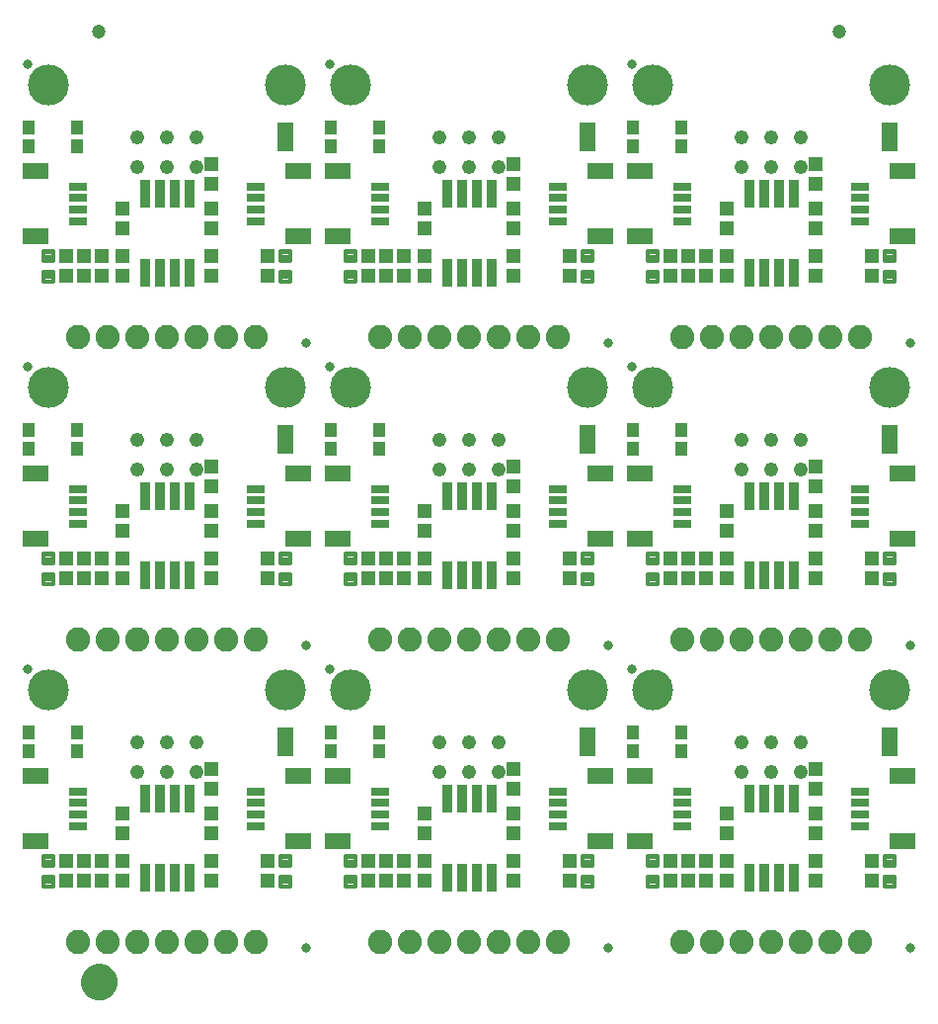
<source format=gts>
G75*
%MOIN*%
%OFA0B0*%
%FSLAX25Y25*%
%IPPOS*%
%LPD*%
%AMOC8*
5,1,8,0,0,1.08239X$1,22.5*
%
%ADD10R,0.04737X0.05131*%
%ADD11C,0.04808*%
%ADD12R,0.08674X0.05524*%
%ADD13R,0.06115X0.03162*%
%ADD14C,0.08200*%
%ADD15C,0.13800*%
%ADD16C,0.03300*%
%ADD17C,0.01421*%
%ADD18R,0.04343X0.04737*%
%ADD19R,0.05800X0.03300*%
%ADD20R,0.03200X0.09500*%
%ADD21C,0.04737*%
%ADD22C,0.05000*%
%ADD23C,0.06706*%
D10*
X0044750Y0054404D03*
X0050750Y0054404D03*
X0056750Y0054404D03*
X0063750Y0054404D03*
X0063750Y0061096D03*
X0056750Y0061096D03*
X0050750Y0061096D03*
X0044750Y0061096D03*
X0063750Y0070404D03*
X0063750Y0077096D03*
X0093750Y0077096D03*
X0093750Y0070404D03*
X0093750Y0061096D03*
X0093750Y0054404D03*
X0112750Y0054404D03*
X0112750Y0061096D03*
X0093750Y0085404D03*
X0093750Y0092096D03*
X0146750Y0061096D03*
X0152750Y0061096D03*
X0158750Y0061096D03*
X0158750Y0054404D03*
X0152750Y0054404D03*
X0146750Y0054404D03*
X0165750Y0054404D03*
X0165750Y0061096D03*
X0165750Y0070404D03*
X0165750Y0077096D03*
X0195750Y0077096D03*
X0195750Y0070404D03*
X0195750Y0061096D03*
X0195750Y0054404D03*
X0214750Y0054404D03*
X0214750Y0061096D03*
X0195750Y0085404D03*
X0195750Y0092096D03*
X0248750Y0061096D03*
X0254750Y0061096D03*
X0260750Y0061096D03*
X0260750Y0054404D03*
X0254750Y0054404D03*
X0248750Y0054404D03*
X0267750Y0054404D03*
X0267750Y0061096D03*
X0267750Y0070404D03*
X0267750Y0077096D03*
X0297750Y0077096D03*
X0297750Y0070404D03*
X0297750Y0061096D03*
X0297750Y0054404D03*
X0316750Y0054404D03*
X0316750Y0061096D03*
X0297750Y0085404D03*
X0297750Y0092096D03*
X0297750Y0156404D03*
X0297750Y0163096D03*
X0297750Y0172404D03*
X0297750Y0179096D03*
X0297750Y0187404D03*
X0297750Y0194096D03*
X0267750Y0179096D03*
X0267750Y0172404D03*
X0267750Y0163096D03*
X0267750Y0156404D03*
X0260750Y0156404D03*
X0254750Y0156404D03*
X0248750Y0156404D03*
X0248750Y0163096D03*
X0254750Y0163096D03*
X0260750Y0163096D03*
X0214750Y0163096D03*
X0214750Y0156404D03*
X0195750Y0156404D03*
X0195750Y0163096D03*
X0195750Y0172404D03*
X0195750Y0179096D03*
X0195750Y0187404D03*
X0195750Y0194096D03*
X0165750Y0179096D03*
X0165750Y0172404D03*
X0165750Y0163096D03*
X0165750Y0156404D03*
X0158750Y0156404D03*
X0152750Y0156404D03*
X0146750Y0156404D03*
X0146750Y0163096D03*
X0152750Y0163096D03*
X0158750Y0163096D03*
X0112750Y0163096D03*
X0112750Y0156404D03*
X0093750Y0156404D03*
X0093750Y0163096D03*
X0093750Y0172404D03*
X0093750Y0179096D03*
X0093750Y0187404D03*
X0093750Y0194096D03*
X0063750Y0179096D03*
X0063750Y0172404D03*
X0063750Y0163096D03*
X0056750Y0163096D03*
X0050750Y0163096D03*
X0044750Y0163096D03*
X0044750Y0156404D03*
X0050750Y0156404D03*
X0056750Y0156404D03*
X0063750Y0156404D03*
X0063750Y0258404D03*
X0056750Y0258404D03*
X0050750Y0258404D03*
X0044750Y0258404D03*
X0044750Y0265096D03*
X0050750Y0265096D03*
X0056750Y0265096D03*
X0063750Y0265096D03*
X0063750Y0274404D03*
X0063750Y0281096D03*
X0093750Y0281096D03*
X0093750Y0274404D03*
X0093750Y0265096D03*
X0093750Y0258404D03*
X0112750Y0258404D03*
X0112750Y0265096D03*
X0093750Y0289404D03*
X0093750Y0296096D03*
X0146750Y0265096D03*
X0152750Y0265096D03*
X0158750Y0265096D03*
X0158750Y0258404D03*
X0152750Y0258404D03*
X0146750Y0258404D03*
X0165750Y0258404D03*
X0165750Y0265096D03*
X0165750Y0274404D03*
X0165750Y0281096D03*
X0195750Y0281096D03*
X0195750Y0274404D03*
X0195750Y0265096D03*
X0195750Y0258404D03*
X0214750Y0258404D03*
X0214750Y0265096D03*
X0195750Y0289404D03*
X0195750Y0296096D03*
X0248750Y0265096D03*
X0254750Y0265096D03*
X0260750Y0265096D03*
X0260750Y0258404D03*
X0254750Y0258404D03*
X0248750Y0258404D03*
X0267750Y0258404D03*
X0267750Y0265096D03*
X0267750Y0274404D03*
X0267750Y0281096D03*
X0297750Y0281096D03*
X0297750Y0274404D03*
X0297750Y0265096D03*
X0297750Y0258404D03*
X0316750Y0258404D03*
X0316750Y0265096D03*
X0297750Y0289404D03*
X0297750Y0296096D03*
X0316750Y0163096D03*
X0316750Y0156404D03*
D11*
X0292750Y0193250D03*
X0292750Y0203250D03*
X0282750Y0203250D03*
X0282750Y0193250D03*
X0272750Y0193250D03*
X0272750Y0203250D03*
X0190750Y0203250D03*
X0190750Y0193250D03*
X0180750Y0193250D03*
X0180750Y0203250D03*
X0170750Y0203250D03*
X0170750Y0193250D03*
X0088750Y0193250D03*
X0088750Y0203250D03*
X0078750Y0203250D03*
X0078750Y0193250D03*
X0068750Y0193250D03*
X0068750Y0203250D03*
X0068750Y0295250D03*
X0068750Y0305250D03*
X0078750Y0305250D03*
X0088750Y0305250D03*
X0088750Y0295250D03*
X0078750Y0295250D03*
X0170750Y0295250D03*
X0180750Y0295250D03*
X0190750Y0295250D03*
X0190750Y0305250D03*
X0180750Y0305250D03*
X0170750Y0305250D03*
X0272750Y0305250D03*
X0282750Y0305250D03*
X0282750Y0295250D03*
X0272750Y0295250D03*
X0292750Y0295250D03*
X0292750Y0305250D03*
X0292750Y0101250D03*
X0292750Y0091250D03*
X0282750Y0091250D03*
X0272750Y0091250D03*
X0272750Y0101250D03*
X0282750Y0101250D03*
X0190750Y0101250D03*
X0180750Y0101250D03*
X0170750Y0101250D03*
X0170750Y0091250D03*
X0180750Y0091250D03*
X0190750Y0091250D03*
X0088750Y0091250D03*
X0078750Y0091250D03*
X0078750Y0101250D03*
X0088750Y0101250D03*
X0068750Y0101250D03*
X0068750Y0091250D03*
D12*
X0034281Y0089774D03*
X0034281Y0067726D03*
X0123219Y0067726D03*
X0136281Y0067726D03*
X0136281Y0089774D03*
X0123219Y0089774D03*
X0123219Y0169726D03*
X0136281Y0169726D03*
X0136281Y0191774D03*
X0123219Y0191774D03*
X0123219Y0271726D03*
X0136281Y0271726D03*
X0136281Y0293774D03*
X0123219Y0293774D03*
X0034281Y0293774D03*
X0034281Y0271726D03*
X0034281Y0191774D03*
X0034281Y0169726D03*
X0225219Y0169726D03*
X0238281Y0169726D03*
X0238281Y0191774D03*
X0225219Y0191774D03*
X0225219Y0271726D03*
X0238281Y0271726D03*
X0238281Y0293774D03*
X0225219Y0293774D03*
X0327219Y0293774D03*
X0327219Y0271726D03*
X0327219Y0191774D03*
X0327219Y0169726D03*
X0327219Y0089774D03*
X0327219Y0067726D03*
X0238281Y0067726D03*
X0225219Y0067726D03*
X0225219Y0089774D03*
X0238281Y0089774D03*
D13*
X0252750Y0084656D03*
X0252750Y0080719D03*
X0252750Y0076781D03*
X0252750Y0072844D03*
X0210750Y0072844D03*
X0210750Y0076781D03*
X0210750Y0080719D03*
X0210750Y0084656D03*
X0150750Y0084656D03*
X0150750Y0080719D03*
X0150750Y0076781D03*
X0150750Y0072844D03*
X0108750Y0072844D03*
X0108750Y0076781D03*
X0108750Y0080719D03*
X0108750Y0084656D03*
X0048750Y0084656D03*
X0048750Y0080719D03*
X0048750Y0076781D03*
X0048750Y0072844D03*
X0048750Y0174844D03*
X0048750Y0178781D03*
X0048750Y0182719D03*
X0048750Y0186656D03*
X0108750Y0186656D03*
X0108750Y0182719D03*
X0108750Y0178781D03*
X0108750Y0174844D03*
X0150750Y0174844D03*
X0150750Y0178781D03*
X0150750Y0182719D03*
X0150750Y0186656D03*
X0210750Y0186656D03*
X0210750Y0182719D03*
X0210750Y0178781D03*
X0210750Y0174844D03*
X0252750Y0174844D03*
X0252750Y0178781D03*
X0252750Y0182719D03*
X0252750Y0186656D03*
X0312750Y0186656D03*
X0312750Y0182719D03*
X0312750Y0178781D03*
X0312750Y0174844D03*
X0312750Y0084656D03*
X0312750Y0080719D03*
X0312750Y0076781D03*
X0312750Y0072844D03*
X0312750Y0276844D03*
X0312750Y0280781D03*
X0312750Y0284719D03*
X0312750Y0288656D03*
X0252750Y0288656D03*
X0252750Y0284719D03*
X0252750Y0280781D03*
X0252750Y0276844D03*
X0210750Y0276844D03*
X0210750Y0280781D03*
X0210750Y0284719D03*
X0210750Y0288656D03*
X0150750Y0288656D03*
X0150750Y0284719D03*
X0150750Y0280781D03*
X0150750Y0276844D03*
X0108750Y0276844D03*
X0108750Y0280781D03*
X0108750Y0284719D03*
X0108750Y0288656D03*
X0048750Y0288656D03*
X0048750Y0284719D03*
X0048750Y0280781D03*
X0048750Y0276844D03*
D14*
X0048750Y0033750D03*
X0058750Y0033750D03*
X0068750Y0033750D03*
X0078750Y0033750D03*
X0088750Y0033750D03*
X0098750Y0033750D03*
X0108750Y0033750D03*
X0150750Y0033750D03*
X0160750Y0033750D03*
X0170750Y0033750D03*
X0180750Y0033750D03*
X0190750Y0033750D03*
X0200750Y0033750D03*
X0210750Y0033750D03*
X0252750Y0033750D03*
X0262750Y0033750D03*
X0272750Y0033750D03*
X0282750Y0033750D03*
X0292750Y0033750D03*
X0302750Y0033750D03*
X0312750Y0033750D03*
X0312750Y0135750D03*
X0302750Y0135750D03*
X0292750Y0135750D03*
X0282750Y0135750D03*
X0272750Y0135750D03*
X0262750Y0135750D03*
X0252750Y0135750D03*
X0210750Y0135750D03*
X0200750Y0135750D03*
X0190750Y0135750D03*
X0180750Y0135750D03*
X0170750Y0135750D03*
X0160750Y0135750D03*
X0150750Y0135750D03*
X0108750Y0135750D03*
X0098750Y0135750D03*
X0088750Y0135750D03*
X0078750Y0135750D03*
X0068750Y0135750D03*
X0058750Y0135750D03*
X0048750Y0135750D03*
X0048750Y0237750D03*
X0058750Y0237750D03*
X0068750Y0237750D03*
X0078750Y0237750D03*
X0088750Y0237750D03*
X0098750Y0237750D03*
X0108750Y0237750D03*
X0150750Y0237750D03*
X0160750Y0237750D03*
X0170750Y0237750D03*
X0180750Y0237750D03*
X0190750Y0237750D03*
X0200750Y0237750D03*
X0210750Y0237750D03*
X0252750Y0237750D03*
X0262750Y0237750D03*
X0272750Y0237750D03*
X0282750Y0237750D03*
X0292750Y0237750D03*
X0302750Y0237750D03*
X0312750Y0237750D03*
D15*
X0322750Y0220750D03*
X0242750Y0220750D03*
X0220750Y0220750D03*
X0140750Y0220750D03*
X0118750Y0220750D03*
X0038750Y0220750D03*
X0038750Y0322750D03*
X0118750Y0322750D03*
X0140750Y0322750D03*
X0220750Y0322750D03*
X0242750Y0322750D03*
X0322750Y0322750D03*
X0322750Y0118750D03*
X0242750Y0118750D03*
X0220750Y0118750D03*
X0140750Y0118750D03*
X0118750Y0118750D03*
X0038750Y0118750D03*
D16*
X0031750Y0125750D03*
X0125750Y0133750D03*
X0133750Y0125750D03*
X0227750Y0133750D03*
X0235750Y0125750D03*
X0329750Y0133750D03*
X0235750Y0227750D03*
X0227750Y0235750D03*
X0133750Y0227750D03*
X0125750Y0235750D03*
X0031750Y0227750D03*
X0031750Y0329750D03*
X0133750Y0329750D03*
X0235750Y0329750D03*
X0329750Y0235750D03*
X0329750Y0031750D03*
X0227750Y0031750D03*
X0125750Y0031750D03*
D17*
X0120408Y0052639D02*
X0117092Y0052639D01*
X0117092Y0055955D01*
X0120408Y0055955D01*
X0120408Y0052639D01*
X0120408Y0054059D02*
X0117092Y0054059D01*
X0117092Y0055479D02*
X0120408Y0055479D01*
X0120408Y0059545D02*
X0117092Y0059545D01*
X0117092Y0062861D01*
X0120408Y0062861D01*
X0120408Y0059545D01*
X0120408Y0060965D02*
X0117092Y0060965D01*
X0117092Y0062385D02*
X0120408Y0062385D01*
X0139092Y0059545D02*
X0142408Y0059545D01*
X0139092Y0059545D02*
X0139092Y0062861D01*
X0142408Y0062861D01*
X0142408Y0059545D01*
X0142408Y0060965D02*
X0139092Y0060965D01*
X0139092Y0062385D02*
X0142408Y0062385D01*
X0142408Y0052639D02*
X0139092Y0052639D01*
X0139092Y0055955D01*
X0142408Y0055955D01*
X0142408Y0052639D01*
X0142408Y0054059D02*
X0139092Y0054059D01*
X0139092Y0055479D02*
X0142408Y0055479D01*
X0219092Y0052639D02*
X0222408Y0052639D01*
X0219092Y0052639D02*
X0219092Y0055955D01*
X0222408Y0055955D01*
X0222408Y0052639D01*
X0222408Y0054059D02*
X0219092Y0054059D01*
X0219092Y0055479D02*
X0222408Y0055479D01*
X0222408Y0059545D02*
X0219092Y0059545D01*
X0219092Y0062861D01*
X0222408Y0062861D01*
X0222408Y0059545D01*
X0222408Y0060965D02*
X0219092Y0060965D01*
X0219092Y0062385D02*
X0222408Y0062385D01*
X0241092Y0059545D02*
X0244408Y0059545D01*
X0241092Y0059545D02*
X0241092Y0062861D01*
X0244408Y0062861D01*
X0244408Y0059545D01*
X0244408Y0060965D02*
X0241092Y0060965D01*
X0241092Y0062385D02*
X0244408Y0062385D01*
X0244408Y0052639D02*
X0241092Y0052639D01*
X0241092Y0055955D01*
X0244408Y0055955D01*
X0244408Y0052639D01*
X0244408Y0054059D02*
X0241092Y0054059D01*
X0241092Y0055479D02*
X0244408Y0055479D01*
X0321092Y0052639D02*
X0324408Y0052639D01*
X0321092Y0052639D02*
X0321092Y0055955D01*
X0324408Y0055955D01*
X0324408Y0052639D01*
X0324408Y0054059D02*
X0321092Y0054059D01*
X0321092Y0055479D02*
X0324408Y0055479D01*
X0324408Y0059545D02*
X0321092Y0059545D01*
X0321092Y0062861D01*
X0324408Y0062861D01*
X0324408Y0059545D01*
X0324408Y0060965D02*
X0321092Y0060965D01*
X0321092Y0062385D02*
X0324408Y0062385D01*
X0324408Y0154639D02*
X0321092Y0154639D01*
X0321092Y0157955D01*
X0324408Y0157955D01*
X0324408Y0154639D01*
X0324408Y0156059D02*
X0321092Y0156059D01*
X0321092Y0157479D02*
X0324408Y0157479D01*
X0324408Y0161545D02*
X0321092Y0161545D01*
X0321092Y0164861D01*
X0324408Y0164861D01*
X0324408Y0161545D01*
X0324408Y0162965D02*
X0321092Y0162965D01*
X0321092Y0164385D02*
X0324408Y0164385D01*
X0244408Y0161545D02*
X0241092Y0161545D01*
X0241092Y0164861D01*
X0244408Y0164861D01*
X0244408Y0161545D01*
X0244408Y0162965D02*
X0241092Y0162965D01*
X0241092Y0164385D02*
X0244408Y0164385D01*
X0244408Y0154639D02*
X0241092Y0154639D01*
X0241092Y0157955D01*
X0244408Y0157955D01*
X0244408Y0154639D01*
X0244408Y0156059D02*
X0241092Y0156059D01*
X0241092Y0157479D02*
X0244408Y0157479D01*
X0222408Y0154639D02*
X0219092Y0154639D01*
X0219092Y0157955D01*
X0222408Y0157955D01*
X0222408Y0154639D01*
X0222408Y0156059D02*
X0219092Y0156059D01*
X0219092Y0157479D02*
X0222408Y0157479D01*
X0222408Y0161545D02*
X0219092Y0161545D01*
X0219092Y0164861D01*
X0222408Y0164861D01*
X0222408Y0161545D01*
X0222408Y0162965D02*
X0219092Y0162965D01*
X0219092Y0164385D02*
X0222408Y0164385D01*
X0142408Y0161545D02*
X0139092Y0161545D01*
X0139092Y0164861D01*
X0142408Y0164861D01*
X0142408Y0161545D01*
X0142408Y0162965D02*
X0139092Y0162965D01*
X0139092Y0164385D02*
X0142408Y0164385D01*
X0142408Y0154639D02*
X0139092Y0154639D01*
X0139092Y0157955D01*
X0142408Y0157955D01*
X0142408Y0154639D01*
X0142408Y0156059D02*
X0139092Y0156059D01*
X0139092Y0157479D02*
X0142408Y0157479D01*
X0120408Y0154639D02*
X0117092Y0154639D01*
X0117092Y0157955D01*
X0120408Y0157955D01*
X0120408Y0154639D01*
X0120408Y0156059D02*
X0117092Y0156059D01*
X0117092Y0157479D02*
X0120408Y0157479D01*
X0120408Y0161545D02*
X0117092Y0161545D01*
X0117092Y0164861D01*
X0120408Y0164861D01*
X0120408Y0161545D01*
X0120408Y0162965D02*
X0117092Y0162965D01*
X0117092Y0164385D02*
X0120408Y0164385D01*
X0040408Y0161545D02*
X0037092Y0161545D01*
X0037092Y0164861D01*
X0040408Y0164861D01*
X0040408Y0161545D01*
X0040408Y0162965D02*
X0037092Y0162965D01*
X0037092Y0164385D02*
X0040408Y0164385D01*
X0040408Y0154639D02*
X0037092Y0154639D01*
X0037092Y0157955D01*
X0040408Y0157955D01*
X0040408Y0154639D01*
X0040408Y0156059D02*
X0037092Y0156059D01*
X0037092Y0157479D02*
X0040408Y0157479D01*
X0040408Y0059545D02*
X0037092Y0059545D01*
X0037092Y0062861D01*
X0040408Y0062861D01*
X0040408Y0059545D01*
X0040408Y0060965D02*
X0037092Y0060965D01*
X0037092Y0062385D02*
X0040408Y0062385D01*
X0040408Y0052639D02*
X0037092Y0052639D01*
X0037092Y0055955D01*
X0040408Y0055955D01*
X0040408Y0052639D01*
X0040408Y0054059D02*
X0037092Y0054059D01*
X0037092Y0055479D02*
X0040408Y0055479D01*
X0040408Y0256639D02*
X0037092Y0256639D01*
X0037092Y0259955D01*
X0040408Y0259955D01*
X0040408Y0256639D01*
X0040408Y0258059D02*
X0037092Y0258059D01*
X0037092Y0259479D02*
X0040408Y0259479D01*
X0040408Y0263545D02*
X0037092Y0263545D01*
X0037092Y0266861D01*
X0040408Y0266861D01*
X0040408Y0263545D01*
X0040408Y0264965D02*
X0037092Y0264965D01*
X0037092Y0266385D02*
X0040408Y0266385D01*
X0117092Y0263545D02*
X0120408Y0263545D01*
X0117092Y0263545D02*
X0117092Y0266861D01*
X0120408Y0266861D01*
X0120408Y0263545D01*
X0120408Y0264965D02*
X0117092Y0264965D01*
X0117092Y0266385D02*
X0120408Y0266385D01*
X0120408Y0256639D02*
X0117092Y0256639D01*
X0117092Y0259955D01*
X0120408Y0259955D01*
X0120408Y0256639D01*
X0120408Y0258059D02*
X0117092Y0258059D01*
X0117092Y0259479D02*
X0120408Y0259479D01*
X0139092Y0256639D02*
X0142408Y0256639D01*
X0139092Y0256639D02*
X0139092Y0259955D01*
X0142408Y0259955D01*
X0142408Y0256639D01*
X0142408Y0258059D02*
X0139092Y0258059D01*
X0139092Y0259479D02*
X0142408Y0259479D01*
X0142408Y0263545D02*
X0139092Y0263545D01*
X0139092Y0266861D01*
X0142408Y0266861D01*
X0142408Y0263545D01*
X0142408Y0264965D02*
X0139092Y0264965D01*
X0139092Y0266385D02*
X0142408Y0266385D01*
X0219092Y0263545D02*
X0222408Y0263545D01*
X0219092Y0263545D02*
X0219092Y0266861D01*
X0222408Y0266861D01*
X0222408Y0263545D01*
X0222408Y0264965D02*
X0219092Y0264965D01*
X0219092Y0266385D02*
X0222408Y0266385D01*
X0222408Y0256639D02*
X0219092Y0256639D01*
X0219092Y0259955D01*
X0222408Y0259955D01*
X0222408Y0256639D01*
X0222408Y0258059D02*
X0219092Y0258059D01*
X0219092Y0259479D02*
X0222408Y0259479D01*
X0241092Y0256639D02*
X0244408Y0256639D01*
X0241092Y0256639D02*
X0241092Y0259955D01*
X0244408Y0259955D01*
X0244408Y0256639D01*
X0244408Y0258059D02*
X0241092Y0258059D01*
X0241092Y0259479D02*
X0244408Y0259479D01*
X0244408Y0263545D02*
X0241092Y0263545D01*
X0241092Y0266861D01*
X0244408Y0266861D01*
X0244408Y0263545D01*
X0244408Y0264965D02*
X0241092Y0264965D01*
X0241092Y0266385D02*
X0244408Y0266385D01*
X0321092Y0263545D02*
X0324408Y0263545D01*
X0321092Y0263545D02*
X0321092Y0266861D01*
X0324408Y0266861D01*
X0324408Y0263545D01*
X0324408Y0264965D02*
X0321092Y0264965D01*
X0321092Y0266385D02*
X0324408Y0266385D01*
X0324408Y0256639D02*
X0321092Y0256639D01*
X0321092Y0259955D01*
X0324408Y0259955D01*
X0324408Y0256639D01*
X0324408Y0258059D02*
X0321092Y0258059D01*
X0321092Y0259479D02*
X0324408Y0259479D01*
D18*
X0252321Y0302100D03*
X0252321Y0308400D03*
X0236179Y0308400D03*
X0236179Y0302100D03*
X0150321Y0302100D03*
X0150321Y0308400D03*
X0134179Y0308400D03*
X0134179Y0302100D03*
X0048321Y0302100D03*
X0048321Y0308400D03*
X0032179Y0308400D03*
X0032179Y0302100D03*
X0032179Y0206400D03*
X0032179Y0200100D03*
X0048321Y0200100D03*
X0048321Y0206400D03*
X0134179Y0206400D03*
X0134179Y0200100D03*
X0150321Y0200100D03*
X0150321Y0206400D03*
X0236179Y0206400D03*
X0236179Y0200100D03*
X0252321Y0200100D03*
X0252321Y0206400D03*
X0252321Y0104400D03*
X0252321Y0098100D03*
X0236179Y0098100D03*
X0236179Y0104400D03*
X0150321Y0104400D03*
X0150321Y0098100D03*
X0134179Y0098100D03*
X0134179Y0104400D03*
X0048321Y0104400D03*
X0048321Y0098100D03*
X0032179Y0098100D03*
X0032179Y0104400D03*
D19*
X0118750Y0104450D03*
X0118750Y0101250D03*
X0118750Y0098050D03*
X0220750Y0098050D03*
X0220750Y0101250D03*
X0220750Y0104450D03*
X0220750Y0200050D03*
X0220750Y0203250D03*
X0220750Y0206450D03*
X0118750Y0206450D03*
X0118750Y0203250D03*
X0118750Y0200050D03*
X0118750Y0302050D03*
X0118750Y0305250D03*
X0118750Y0308450D03*
X0220750Y0308450D03*
X0220750Y0305250D03*
X0220750Y0302050D03*
X0322750Y0302050D03*
X0322750Y0305250D03*
X0322750Y0308450D03*
X0322750Y0206450D03*
X0322750Y0203250D03*
X0322750Y0200050D03*
X0322750Y0104450D03*
X0322750Y0101250D03*
X0322750Y0098050D03*
D20*
X0290250Y0082050D03*
X0285250Y0082050D03*
X0280250Y0082050D03*
X0275250Y0082050D03*
X0275250Y0055550D03*
X0280250Y0055550D03*
X0285250Y0055550D03*
X0290250Y0055550D03*
X0188250Y0055550D03*
X0183250Y0055550D03*
X0178250Y0055550D03*
X0173250Y0055550D03*
X0173250Y0082050D03*
X0178250Y0082050D03*
X0183250Y0082050D03*
X0188250Y0082050D03*
X0188250Y0157550D03*
X0183250Y0157550D03*
X0178250Y0157550D03*
X0173250Y0157550D03*
X0173250Y0184050D03*
X0178250Y0184050D03*
X0183250Y0184050D03*
X0188250Y0184050D03*
X0188250Y0259550D03*
X0183250Y0259550D03*
X0178250Y0259550D03*
X0173250Y0259550D03*
X0173250Y0286050D03*
X0178250Y0286050D03*
X0183250Y0286050D03*
X0188250Y0286050D03*
X0275250Y0286050D03*
X0280250Y0286050D03*
X0285250Y0286050D03*
X0290250Y0286050D03*
X0290250Y0259550D03*
X0285250Y0259550D03*
X0280250Y0259550D03*
X0275250Y0259550D03*
X0275250Y0184050D03*
X0280250Y0184050D03*
X0285250Y0184050D03*
X0290250Y0184050D03*
X0290250Y0157550D03*
X0285250Y0157550D03*
X0280250Y0157550D03*
X0275250Y0157550D03*
X0086250Y0157550D03*
X0081250Y0157550D03*
X0076250Y0157550D03*
X0071250Y0157550D03*
X0071250Y0184050D03*
X0076250Y0184050D03*
X0081250Y0184050D03*
X0086250Y0184050D03*
X0086250Y0259550D03*
X0081250Y0259550D03*
X0076250Y0259550D03*
X0071250Y0259550D03*
X0071250Y0286050D03*
X0076250Y0286050D03*
X0081250Y0286050D03*
X0086250Y0286050D03*
X0086250Y0082050D03*
X0081250Y0082050D03*
X0076250Y0082050D03*
X0071250Y0082050D03*
X0071250Y0055550D03*
X0076250Y0055550D03*
X0081250Y0055550D03*
X0086250Y0055550D03*
D21*
X0055750Y0341000D03*
X0305750Y0341000D03*
D22*
X0052185Y0020500D02*
X0052187Y0020619D01*
X0052193Y0020738D01*
X0052203Y0020857D01*
X0052217Y0020975D01*
X0052235Y0021093D01*
X0052256Y0021210D01*
X0052282Y0021326D01*
X0052312Y0021442D01*
X0052345Y0021556D01*
X0052382Y0021669D01*
X0052423Y0021781D01*
X0052468Y0021892D01*
X0052516Y0022001D01*
X0052568Y0022108D01*
X0052624Y0022213D01*
X0052683Y0022317D01*
X0052745Y0022418D01*
X0052811Y0022518D01*
X0052880Y0022615D01*
X0052952Y0022709D01*
X0053028Y0022802D01*
X0053106Y0022891D01*
X0053187Y0022978D01*
X0053272Y0023063D01*
X0053359Y0023144D01*
X0053448Y0023222D01*
X0053541Y0023298D01*
X0053635Y0023370D01*
X0053732Y0023439D01*
X0053832Y0023505D01*
X0053933Y0023567D01*
X0054037Y0023626D01*
X0054142Y0023682D01*
X0054249Y0023734D01*
X0054358Y0023782D01*
X0054469Y0023827D01*
X0054581Y0023868D01*
X0054694Y0023905D01*
X0054808Y0023938D01*
X0054924Y0023968D01*
X0055040Y0023994D01*
X0055157Y0024015D01*
X0055275Y0024033D01*
X0055393Y0024047D01*
X0055512Y0024057D01*
X0055631Y0024063D01*
X0055750Y0024065D01*
X0055869Y0024063D01*
X0055988Y0024057D01*
X0056107Y0024047D01*
X0056225Y0024033D01*
X0056343Y0024015D01*
X0056460Y0023994D01*
X0056576Y0023968D01*
X0056692Y0023938D01*
X0056806Y0023905D01*
X0056919Y0023868D01*
X0057031Y0023827D01*
X0057142Y0023782D01*
X0057251Y0023734D01*
X0057358Y0023682D01*
X0057463Y0023626D01*
X0057567Y0023567D01*
X0057668Y0023505D01*
X0057768Y0023439D01*
X0057865Y0023370D01*
X0057959Y0023298D01*
X0058052Y0023222D01*
X0058141Y0023144D01*
X0058228Y0023063D01*
X0058313Y0022978D01*
X0058394Y0022891D01*
X0058472Y0022802D01*
X0058548Y0022709D01*
X0058620Y0022615D01*
X0058689Y0022518D01*
X0058755Y0022418D01*
X0058817Y0022317D01*
X0058876Y0022213D01*
X0058932Y0022108D01*
X0058984Y0022001D01*
X0059032Y0021892D01*
X0059077Y0021781D01*
X0059118Y0021669D01*
X0059155Y0021556D01*
X0059188Y0021442D01*
X0059218Y0021326D01*
X0059244Y0021210D01*
X0059265Y0021093D01*
X0059283Y0020975D01*
X0059297Y0020857D01*
X0059307Y0020738D01*
X0059313Y0020619D01*
X0059315Y0020500D01*
X0059313Y0020381D01*
X0059307Y0020262D01*
X0059297Y0020143D01*
X0059283Y0020025D01*
X0059265Y0019907D01*
X0059244Y0019790D01*
X0059218Y0019674D01*
X0059188Y0019558D01*
X0059155Y0019444D01*
X0059118Y0019331D01*
X0059077Y0019219D01*
X0059032Y0019108D01*
X0058984Y0018999D01*
X0058932Y0018892D01*
X0058876Y0018787D01*
X0058817Y0018683D01*
X0058755Y0018582D01*
X0058689Y0018482D01*
X0058620Y0018385D01*
X0058548Y0018291D01*
X0058472Y0018198D01*
X0058394Y0018109D01*
X0058313Y0018022D01*
X0058228Y0017937D01*
X0058141Y0017856D01*
X0058052Y0017778D01*
X0057959Y0017702D01*
X0057865Y0017630D01*
X0057768Y0017561D01*
X0057668Y0017495D01*
X0057567Y0017433D01*
X0057463Y0017374D01*
X0057358Y0017318D01*
X0057251Y0017266D01*
X0057142Y0017218D01*
X0057031Y0017173D01*
X0056919Y0017132D01*
X0056806Y0017095D01*
X0056692Y0017062D01*
X0056576Y0017032D01*
X0056460Y0017006D01*
X0056343Y0016985D01*
X0056225Y0016967D01*
X0056107Y0016953D01*
X0055988Y0016943D01*
X0055869Y0016937D01*
X0055750Y0016935D01*
X0055631Y0016937D01*
X0055512Y0016943D01*
X0055393Y0016953D01*
X0055275Y0016967D01*
X0055157Y0016985D01*
X0055040Y0017006D01*
X0054924Y0017032D01*
X0054808Y0017062D01*
X0054694Y0017095D01*
X0054581Y0017132D01*
X0054469Y0017173D01*
X0054358Y0017218D01*
X0054249Y0017266D01*
X0054142Y0017318D01*
X0054037Y0017374D01*
X0053933Y0017433D01*
X0053832Y0017495D01*
X0053732Y0017561D01*
X0053635Y0017630D01*
X0053541Y0017702D01*
X0053448Y0017778D01*
X0053359Y0017856D01*
X0053272Y0017937D01*
X0053187Y0018022D01*
X0053106Y0018109D01*
X0053028Y0018198D01*
X0052952Y0018291D01*
X0052880Y0018385D01*
X0052811Y0018482D01*
X0052745Y0018582D01*
X0052683Y0018683D01*
X0052624Y0018787D01*
X0052568Y0018892D01*
X0052516Y0018999D01*
X0052468Y0019108D01*
X0052423Y0019219D01*
X0052382Y0019331D01*
X0052345Y0019444D01*
X0052312Y0019558D01*
X0052282Y0019674D01*
X0052256Y0019790D01*
X0052235Y0019907D01*
X0052217Y0020025D01*
X0052203Y0020143D01*
X0052193Y0020262D01*
X0052187Y0020381D01*
X0052185Y0020500D01*
D23*
X0055750Y0020500D03*
M02*

</source>
